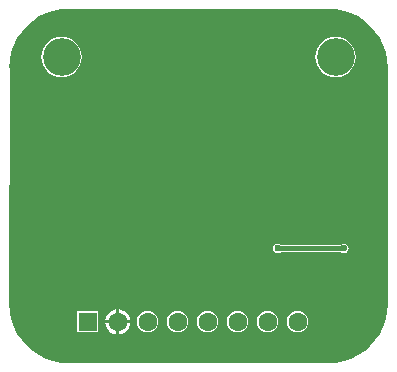
<source format=gbl>
%FSLAX44Y44*%
%MOMM*%
G71*
G01*
G75*
G04 Layer_Physical_Order=2*
G04 Layer_Color=16711680*
G04:AMPARAMS|DCode=10|XSize=0.8mm|YSize=0.35mm|CornerRadius=0.0438mm|HoleSize=0mm|Usage=FLASHONLY|Rotation=90.000|XOffset=0mm|YOffset=0mm|HoleType=Round|Shape=RoundedRectangle|*
%AMROUNDEDRECTD10*
21,1,0.8000,0.2625,0,0,90.0*
21,1,0.7125,0.3500,0,0,90.0*
1,1,0.0875,0.1313,0.3563*
1,1,0.0875,0.1313,-0.3563*
1,1,0.0875,-0.1313,-0.3563*
1,1,0.0875,-0.1313,0.3563*
%
%ADD10ROUNDEDRECTD10*%
%ADD11R,2.6000X2.7000*%
G04:AMPARAMS|DCode=12|XSize=0.85mm|YSize=0.35mm|CornerRadius=0.0438mm|HoleSize=0mm|Usage=FLASHONLY|Rotation=180.000|XOffset=0mm|YOffset=0mm|HoleType=Round|Shape=RoundedRectangle|*
%AMROUNDEDRECTD12*
21,1,0.8500,0.2625,0,0,180.0*
21,1,0.7625,0.3500,0,0,180.0*
1,1,0.0875,-0.3812,0.1313*
1,1,0.0875,0.3812,0.1313*
1,1,0.0875,0.3812,-0.1313*
1,1,0.0875,-0.3812,-0.1313*
%
%ADD12ROUNDEDRECTD12*%
%ADD13C,1.0160*%
%ADD14R,0.9700X1.7300*%
G04:AMPARAMS|DCode=15|XSize=1.35mm|YSize=0.6mm|CornerRadius=0.075mm|HoleSize=0mm|Usage=FLASHONLY|Rotation=90.000|XOffset=0mm|YOffset=0mm|HoleType=Round|Shape=RoundedRectangle|*
%AMROUNDEDRECTD15*
21,1,1.3500,0.4500,0,0,90.0*
21,1,1.2000,0.6000,0,0,90.0*
1,1,0.1500,0.2250,0.6000*
1,1,0.1500,0.2250,-0.6000*
1,1,0.1500,-0.2250,-0.6000*
1,1,0.1500,-0.2250,0.6000*
%
%ADD15ROUNDEDRECTD15*%
%ADD16R,1.1600X1.8200*%
%ADD17R,1.8200X1.1600*%
%ADD18R,1.7300X0.9700*%
%ADD19C,0.3500*%
%ADD20C,0.4000*%
%ADD21C,1.6000*%
%ADD22R,1.6000X1.6000*%
%ADD23C,3.2000*%
%ADD24C,0.6000*%
G36*
X270000Y300000D02*
Y300000D01*
X270107Y300100D01*
X276540Y299679D01*
X282969Y298400D01*
X289175Y296293D01*
X295054Y293394D01*
X300503Y289753D01*
X305431Y285431D01*
X309753Y280503D01*
X313394Y275054D01*
X316293Y269175D01*
X318400Y262969D01*
X319679Y256540D01*
X320100Y250107D01*
X320000Y250000D01*
X320000D01*
Y50000D01*
X320000D01*
X320100Y49893D01*
X319679Y43460D01*
X318400Y37031D01*
X316293Y30825D01*
X313394Y24946D01*
X309753Y19497D01*
X305431Y14569D01*
X300503Y10247D01*
X295054Y6606D01*
X289175Y3707D01*
X282969Y1600D01*
X276540Y321D01*
X270107Y-100D01*
X270000Y0D01*
Y0D01*
X50000D01*
Y0D01*
X49893Y-100D01*
X43460Y321D01*
X37031Y1600D01*
X30825Y3707D01*
X24946Y6606D01*
X19497Y10247D01*
X14569Y14569D01*
X10247Y19497D01*
X6606Y24946D01*
X3707Y30825D01*
X1600Y37031D01*
X321Y43460D01*
X-107Y50000D01*
X0Y250000D01*
X0D01*
X-100Y250107D01*
X321Y256540D01*
X1600Y262969D01*
X3707Y269175D01*
X6606Y275054D01*
X10247Y280503D01*
X14569Y285431D01*
X19497Y289753D01*
X24946Y293394D01*
X30825Y296293D01*
X37031Y298400D01*
X43460Y299679D01*
X50000Y300107D01*
X270000Y300000D01*
D02*
G37*
%LPC*%
G36*
X142300Y44078D02*
X139951Y43768D01*
X137761Y42861D01*
X135881Y41419D01*
X134438Y39539D01*
X133532Y37350D01*
X133222Y35000D01*
X133532Y32650D01*
X134438Y30461D01*
X135881Y28581D01*
X137761Y27139D01*
X139951Y26232D01*
X142300Y25922D01*
X144649Y26232D01*
X146839Y27139D01*
X148719Y28581D01*
X150161Y30461D01*
X151068Y32650D01*
X151378Y35000D01*
X151068Y37350D01*
X150161Y39539D01*
X148719Y41419D01*
X146839Y42861D01*
X144649Y43768D01*
X142300Y44078D01*
D02*
G37*
G36*
X167700D02*
X165350Y43768D01*
X163161Y42861D01*
X161281Y41419D01*
X159838Y39539D01*
X158932Y37350D01*
X158622Y35000D01*
X158932Y32650D01*
X159838Y30461D01*
X161281Y28581D01*
X163161Y27139D01*
X165350Y26232D01*
X167700Y25922D01*
X170049Y26232D01*
X172239Y27139D01*
X174119Y28581D01*
X175561Y30461D01*
X176468Y32650D01*
X176778Y35000D01*
X176468Y37350D01*
X175561Y39539D01*
X174119Y41419D01*
X172239Y42861D01*
X170049Y43768D01*
X167700Y44078D01*
D02*
G37*
G36*
X193100D02*
X190751Y43768D01*
X188561Y42861D01*
X186681Y41419D01*
X185238Y39539D01*
X184332Y37350D01*
X184022Y35000D01*
X184332Y32650D01*
X185238Y30461D01*
X186681Y28581D01*
X188561Y27139D01*
X190751Y26232D01*
X193100Y25922D01*
X195450Y26232D01*
X197639Y27139D01*
X199519Y28581D01*
X200961Y30461D01*
X201868Y32650D01*
X202178Y35000D01*
X201868Y37350D01*
X200961Y39539D01*
X199519Y41419D01*
X197639Y42861D01*
X195450Y43768D01*
X193100Y44078D01*
D02*
G37*
G36*
X90230Y33730D02*
X81036D01*
X81231Y32248D01*
X82293Y29685D01*
X83983Y27483D01*
X86185Y25793D01*
X88749Y24731D01*
X90230Y24536D01*
Y33730D01*
D02*
G37*
G36*
X101964D02*
X92770D01*
Y24536D01*
X94251Y24731D01*
X96816Y25793D01*
X99017Y27483D01*
X100707Y29685D01*
X101769Y32248D01*
X101964Y33730D01*
D02*
G37*
G36*
X116900Y44078D02*
X114551Y43768D01*
X112361Y42861D01*
X110481Y41419D01*
X109038Y39539D01*
X108132Y37350D01*
X107822Y35000D01*
X108132Y32650D01*
X109038Y30461D01*
X110481Y28581D01*
X112361Y27139D01*
X114551Y26232D01*
X116900Y25922D01*
X119249Y26232D01*
X121439Y27139D01*
X123319Y28581D01*
X124761Y30461D01*
X125668Y32650D01*
X125978Y35000D01*
X125668Y37350D01*
X124761Y39539D01*
X123319Y41419D01*
X121439Y42861D01*
X119249Y43768D01*
X116900Y44078D01*
D02*
G37*
G36*
X218500D02*
X216150Y43768D01*
X213961Y42861D01*
X212081Y41419D01*
X210639Y39539D01*
X209732Y37350D01*
X209422Y35000D01*
X209732Y32650D01*
X210639Y30461D01*
X212081Y28581D01*
X213961Y27139D01*
X216150Y26232D01*
X218500Y25922D01*
X220849Y26232D01*
X223039Y27139D01*
X224919Y28581D01*
X226361Y30461D01*
X227268Y32650D01*
X227578Y35000D01*
X227268Y37350D01*
X226361Y39539D01*
X224919Y41419D01*
X223039Y42861D01*
X220849Y43768D01*
X218500Y44078D01*
D02*
G37*
G36*
X283000Y101078D02*
X281439Y100768D01*
X280378Y100059D01*
X229622D01*
X228561Y100768D01*
X227000Y101078D01*
X225439Y100768D01*
X224116Y99884D01*
X223232Y98561D01*
X222922Y97000D01*
X223232Y95439D01*
X224116Y94116D01*
X225439Y93232D01*
X227000Y92922D01*
X228561Y93232D01*
X229622Y93941D01*
X280378D01*
X281439Y93232D01*
X283000Y92922D01*
X284561Y93232D01*
X285884Y94116D01*
X286768Y95439D01*
X287078Y97000D01*
X286768Y98561D01*
X285884Y99884D01*
X284561Y100768D01*
X283000Y101078D01*
D02*
G37*
G36*
X44000Y276082D02*
X40667Y275754D01*
X37463Y274782D01*
X34510Y273203D01*
X31921Y271079D01*
X29797Y268490D01*
X28218Y265537D01*
X27246Y262333D01*
X26918Y259000D01*
X27246Y255667D01*
X28218Y252463D01*
X29797Y249510D01*
X31921Y246921D01*
X34510Y244797D01*
X37463Y243218D01*
X40667Y242246D01*
X44000Y241918D01*
X47333Y242246D01*
X50537Y243218D01*
X53490Y244797D01*
X56079Y246921D01*
X58203Y249510D01*
X59782Y252463D01*
X60754Y255667D01*
X61082Y259000D01*
X60754Y262333D01*
X59782Y265537D01*
X58203Y268490D01*
X56079Y271079D01*
X53490Y273203D01*
X50537Y274782D01*
X47333Y275754D01*
X44000Y276082D01*
D02*
G37*
G36*
X276000D02*
X272667Y275754D01*
X269463Y274782D01*
X266510Y273203D01*
X263921Y271079D01*
X261797Y268490D01*
X260218Y265537D01*
X259246Y262333D01*
X258918Y259000D01*
X259246Y255667D01*
X260218Y252463D01*
X261797Y249510D01*
X263921Y246921D01*
X266510Y244797D01*
X269463Y243218D01*
X272667Y242246D01*
X276000Y241918D01*
X279333Y242246D01*
X282537Y243218D01*
X285490Y244797D01*
X288079Y246921D01*
X290203Y249510D01*
X291782Y252463D01*
X292754Y255667D01*
X293082Y259000D01*
X292754Y262333D01*
X291782Y265537D01*
X290203Y268490D01*
X288079Y271079D01*
X285490Y273203D01*
X282537Y274782D01*
X279333Y275754D01*
X276000Y276082D01*
D02*
G37*
G36*
X92770Y45464D02*
Y36270D01*
X101964D01*
X101769Y37752D01*
X100707Y40315D01*
X99017Y42517D01*
X96816Y44207D01*
X94251Y45269D01*
X92770Y45464D01*
D02*
G37*
G36*
X243900Y44078D02*
X241551Y43768D01*
X239361Y42861D01*
X237481Y41419D01*
X236038Y39539D01*
X235132Y37350D01*
X234822Y35000D01*
X235132Y32650D01*
X236038Y30461D01*
X237481Y28581D01*
X239361Y27139D01*
X241551Y26232D01*
X243900Y25922D01*
X246250Y26232D01*
X248439Y27139D01*
X250319Y28581D01*
X251761Y30461D01*
X252668Y32650D01*
X252978Y35000D01*
X252668Y37350D01*
X251761Y39539D01*
X250319Y41419D01*
X248439Y42861D01*
X246250Y43768D01*
X243900Y44078D01*
D02*
G37*
G36*
X75100Y44000D02*
X57100D01*
Y26000D01*
X75100D01*
Y44000D01*
D02*
G37*
G36*
X90230Y45464D02*
X88749Y45269D01*
X86185Y44207D01*
X83983Y42517D01*
X82293Y40315D01*
X81231Y37752D01*
X81036Y36270D01*
X90230D01*
Y45464D01*
D02*
G37*
%LPD*%
D20*
X227000Y97000D02*
X283000D01*
D21*
X243900Y35000D02*
D03*
X218500D02*
D03*
X193100D02*
D03*
X167700D02*
D03*
X142300D02*
D03*
X116900D02*
D03*
X91500D02*
D03*
D22*
X66100D02*
D03*
D23*
X276000Y259000D02*
D03*
X44000D02*
D03*
D24*
X227000Y97000D02*
D03*
X283000D02*
D03*
M02*

</source>
